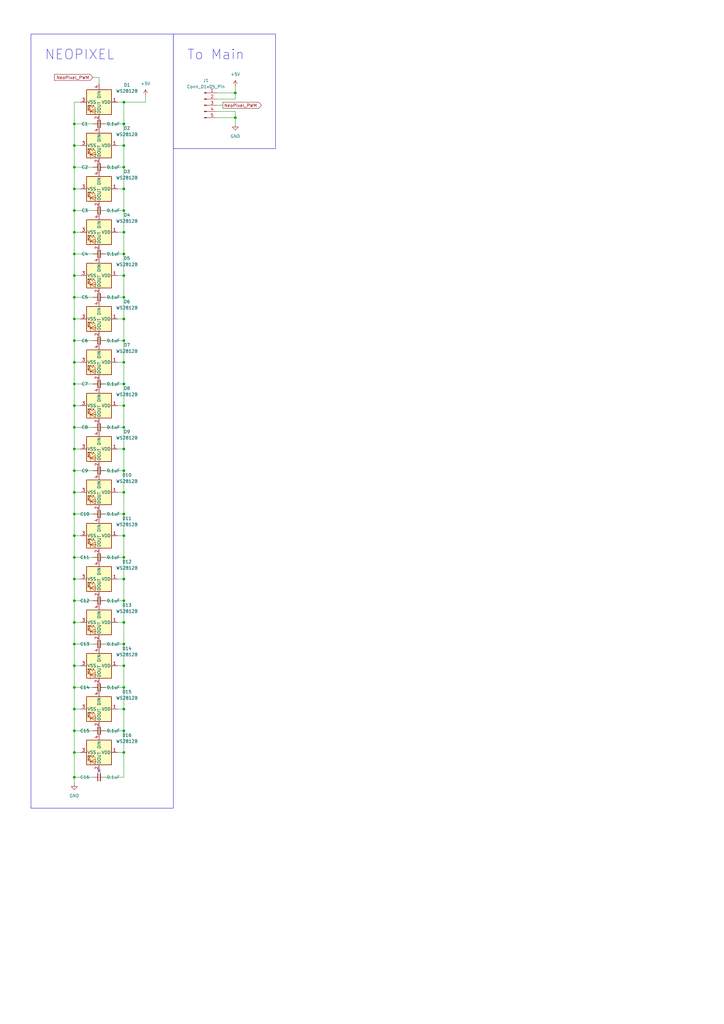
<source format=kicad_sch>
(kicad_sch (version 20231120) (generator "eeschema") (generator_version "8.0")
  (paper "A3" portrait)
  (lib_symbols
    (symbol "Connector:Conn_01x05_Pin" (pin_names (offset 1.016) hide)
      (property "Reference" "J" (at 0 7.62 0))
      (property "Value" "Conn_01x05_Pin" (at 0 -7.62 0))
      (symbol "Conn_01x05_Pin_1_1"
        (polyline (pts (xy 1.27 -5.08) (xy 0.8636 -5.08)) (stroke (width 0.1524)))
        (polyline (pts (xy 1.27 -2.54) (xy 0.8636 -2.54)) (stroke (width 0.1524)))
        (polyline (pts (xy 1.27 0) (xy 0.8636 0)) (stroke (width 0.1524)))
        (polyline (pts (xy 1.27 2.54) (xy 0.8636 2.54)) (stroke (width 0.1524)))
        (polyline (pts (xy 1.27 5.08) (xy 0.8636 5.08)) (stroke (width 0.1524)))
        (rectangle (start 0.8636 -4.953) (end 0 -5.207) (stroke (width 0.1524)) (fill (type outline)))
        (rectangle (start 0.8636 -2.413) (end 0 -2.667) (stroke (width 0.1524)) (fill (type outline)))
        (rectangle (start 0.8636 0.127) (end 0 -0.127) (stroke (width 0.1524)) (fill (type outline)))
        (rectangle (start 0.8636 2.667) (end 0 2.413) (stroke (width 0.1524)) (fill (type outline)))
        (rectangle (start 0.8636 5.207) (end 0 4.953) (stroke (width 0.1524)) (fill (type outline)))
        (pin passive line (at 5.08 5.08 180) (length 3.81) (name "Pin_1") (number "1"))
        (pin passive line (at 5.08 2.54 180) (length 3.81) (name "Pin_2") (number "2"))
        (pin passive line (at 5.08 0 180) (length 3.81) (name "Pin_3") (number "3"))
        (pin passive line (at 5.08 -2.54 180) (length 3.81) (name "Pin_4") (number "4"))
        (pin passive line (at 5.08 -5.08 180) (length 3.81) (name "Pin_5") (number "5"))
      )
    )
    (symbol "Device:C_Small" (pin_numbers hide) (pin_names (offset 0.254) hide)
      (property "Reference" "C" (at 0.254 1.778 0))
      (property "Value" "C_Small" (at 0.254 -2.032 0))
      (symbol "C_Small_0_1"
        (polyline (pts (xy -1.524 -0.508) (xy 1.524 -0.508)) (stroke (width 0.3302)))
        (polyline (pts (xy -1.524 0.508) (xy 1.524 0.508)) (stroke (width 0.3048)))
      )
      (symbol "C_Small_1_1"
        (pin passive line (at 0 2.54 270) (length 2.032) (name "~") (number "1"))
        (pin passive line (at 0 -2.54 90) (length 2.032) (name "~") (number "2"))
      )
    )
    (symbol "LED:WS2812B" (pin_names (offset 0.254))
      (property "Reference" "D" (at 5.08 5.715 0))
      (property "Value" "WS2812B" (at 1.27 -5.715 0))
      (symbol "WS2812B_0_0"
        (text "RGB" (at 2.286 -4.191 0) (effects (font (size 0.762 0.762))))
      )
      (symbol "WS2812B_0_1"
        (polyline (pts (xy 1.27 -3.556) (xy 1.778 -3.556)))
        (polyline (pts (xy 1.27 -2.54) (xy 1.778 -2.54)))
        (polyline (pts (xy 4.699 -3.556) (xy 2.667 -3.556)))
        (polyline (pts (xy 2.286 -2.54) (xy 1.27 -3.556) (xy 1.27 -3.048)))
        (polyline (pts (xy 2.286 -1.524) (xy 1.27 -2.54) (xy 1.27 -2.032)))
        (polyline (pts (xy 3.683 -1.016) (xy 3.683 -3.556) (xy 3.683 -4.064)))
        (polyline (pts (xy 4.699 -1.524) (xy 2.667 -1.524) (xy 3.683 -3.556) (xy 4.699 -1.524)))
        (rectangle (start 5.08 5.08) (end -5.08 -5.08) (stroke (width 0.254)) (fill (type background)))
      )
      (symbol "WS2812B_1_1"
        (pin power_in line (at 0 7.62 270) (length 2.54) (name "VDD") (number "1"))
        (pin output line (at 7.62 0 180) (length 2.54) (name "DOUT") (number "2"))
        (pin power_in line (at 0 -7.62 90) (length 2.54) (name "VSS") (number "3"))
        (pin input line (at -7.62 0 0) (length 2.54) (name "DIN") (number "4"))
      )
    )
    (symbol "power:+5V" (power) (pin_numbers hide) (pin_names (offset 0) hide)
      (property "Value" "+5V" (at 0 3.556 0))
      (symbol "+5V_0_1"
        (polyline (pts (xy -0.762 1.27) (xy 0 2.54)))
        (polyline (pts (xy 0 0) (xy 0 2.54)))
        (polyline (pts (xy 0 2.54) (xy 0.762 1.27)))
      )
      (symbol "+5V_1_1"
        (pin power_in line (at 0 0 90) (length 0) (name "~") (number "1"))
      )
    )
    (symbol "power:GND" (power) (pin_numbers hide) (pin_names (offset 0) hide)
      (property "Value" "GND" (at 0 -3.81 0))
      (symbol "GND_0_1"
        (polyline (pts (xy 0 0) (xy 0 -1.27) (xy 1.27 -1.27) (xy 0 -2.54) (xy -1.27 -1.27) (xy 0 -1.27)))
      )
      (symbol "GND_1_1"
        (pin power_in line (at 0 0 270) (length 0) (name "~") (number "1"))
      )
    )
  )
  (junction (at 30.48 130.81))
  (junction (at 50.8 166.37))
  (junction (at 50.8 264.16))
  (junction (at 50.8 68.58))
  (junction (at 50.8 210.82))
  (junction (at 50.8 228.6))
  (junction (at 50.8 184.15))
  (junction (at 30.48 290.83))
  (junction (at 50.8 255.27))
  (junction (at 50.8 175.26))
  (junction (at 50.8 139.7))
  (junction (at 30.48 113.03))
  (junction (at 50.8 246.38))
  (junction (at 30.48 68.58))
  (junction (at 50.8 193.04))
  (junction (at 30.48 139.7))
  (junction (at 30.48 193.04))
  (junction (at 30.48 121.92))
  (junction (at 30.48 166.37))
  (junction (at 30.48 59.69))
  (junction (at 50.8 219.71))
  (junction (at 30.48 299.72))
  (junction (at 50.8 308.61))
  (junction (at 30.48 281.94))
  (junction (at 30.48 318.77))
  (junction (at 50.8 77.47))
  (junction (at 30.48 184.15))
  (junction (at 50.8 104.14))
  (junction (at 50.8 50.8))
  (junction (at 30.48 219.71))
  (junction (at 30.48 50.8))
  (junction (at 50.8 121.92))
  (junction (at 50.8 130.81))
  (junction (at 30.48 228.6))
  (junction (at 30.48 104.14))
  (junction (at 50.8 41.91))
  (junction (at 30.48 308.61))
  (junction (at 30.48 77.47))
  (junction (at 30.48 246.38))
  (junction (at 30.48 86.36))
  (junction (at 50.8 290.83))
  (junction (at 30.48 264.16))
  (junction (at 96.52 38.1))
  (junction (at 30.48 157.48))
  (junction (at 50.8 86.36))
  (junction (at 50.8 113.03))
  (junction (at 50.8 157.48))
  (junction (at 50.8 148.59))
  (junction (at 30.48 148.59))
  (junction (at 30.48 255.27))
  (junction (at 50.8 201.93))
  (junction (at 30.48 210.82))
  (junction (at 30.48 273.05))
  (junction (at 96.52 48.26))
  (junction (at 50.8 237.49))
  (junction (at 50.8 281.94))
  (junction (at 50.8 95.25))
  (junction (at 30.48 95.25))
  (junction (at 50.8 273.05))
  (junction (at 30.48 237.49))
  (junction (at 30.48 175.26))
  (junction (at 50.8 299.72))
  (junction (at 30.48 201.93))
  (junction (at 50.8 59.69))
  (no_connect (at 40.64 316.23))
  (wire (pts (xy 30.48 59.69) (xy 33.02 59.69)))
  (wire (pts (xy 40.64 138.43) (xy 40.64 140.97)))
  (wire (pts (xy 43.18 281.94) (xy 50.8 281.94)))
  (wire (pts (xy 30.48 175.26) (xy 38.1 175.26)))
  (wire (pts (xy 30.48 210.82) (xy 30.48 219.71)))
  (wire (pts (xy 59.69 39.37) (xy 59.69 41.91)))
  (wire (pts (xy 40.64 209.55) (xy 40.64 212.09)))
  (wire (pts (xy 43.18 68.58) (xy 50.8 68.58)))
  (wire (pts (xy 40.64 173.99) (xy 40.64 176.53)))
  (wire (pts (xy 30.48 308.61) (xy 30.48 318.77)))
  (wire (pts (xy 43.18 139.7) (xy 50.8 139.7)))
  (wire (pts (xy 88.9 38.1) (xy 96.52 38.1)))
  (wire (pts (xy 30.48 157.48) (xy 38.1 157.48)))
  (wire (pts (xy 50.8 148.59) (xy 50.8 139.7)))
  (wire (pts (xy 33.02 41.91) (xy 30.48 41.91)))
  (wire (pts (xy 40.64 262.89) (xy 40.64 265.43)))
  (wire (pts (xy 50.8 184.15) (xy 50.8 175.26)))
  (wire (pts (xy 30.48 299.72) (xy 38.1 299.72)))
  (wire (pts (xy 30.48 219.71) (xy 30.48 228.6)))
  (wire (pts (xy 40.64 102.87) (xy 40.64 105.41)))
  (wire (pts (xy 30.48 255.27) (xy 33.02 255.27)))
  (wire (pts (xy 30.48 264.16) (xy 38.1 264.16)))
  (wire (pts (xy 30.48 148.59) (xy 30.48 157.48)))
  (wire (pts (xy 30.48 255.27) (xy 30.48 264.16)))
  (wire (pts (xy 43.18 299.72) (xy 50.8 299.72)))
  (wire (pts (xy 96.52 45.72) (xy 96.52 48.26)))
  (wire (pts (xy 30.48 175.26) (xy 30.48 184.15)))
  (wire (pts (xy 50.8 273.05) (xy 50.8 264.16)))
  (wire (pts (xy 48.26 95.25) (xy 50.8 95.25)))
  (wire (pts (xy 30.48 59.69) (xy 30.48 68.58)))
  (wire (pts (xy 50.8 264.16) (xy 50.8 255.27)))
  (wire (pts (xy 40.64 49.53) (xy 40.64 52.07)))
  (wire (pts (xy 43.18 50.8) (xy 50.8 50.8)))
  (wire (pts (xy 48.26 166.37) (xy 50.8 166.37)))
  (wire (pts (xy 30.48 104.14) (xy 30.48 113.03)))
  (wire (pts (xy 50.8 104.14) (xy 50.8 95.25)))
  (wire (pts (xy 30.48 104.14) (xy 38.1 104.14)))
  (wire (pts (xy 30.48 184.15) (xy 33.02 184.15)))
  (wire (pts (xy 30.48 201.93) (xy 33.02 201.93)))
  (wire (pts (xy 50.8 130.81) (xy 50.8 121.92)))
  (wire (pts (xy 43.18 104.14) (xy 50.8 104.14)))
  (wire (pts (xy 30.48 68.58) (xy 38.1 68.58)))
  (wire (pts (xy 30.48 139.7) (xy 30.48 148.59)))
  (wire (pts (xy 30.48 166.37) (xy 30.48 175.26)))
  (wire (pts (xy 40.64 191.77) (xy 40.64 194.31)))
  (wire (pts (xy 40.64 227.33) (xy 40.64 229.87)))
  (wire (pts (xy 48.26 201.93) (xy 50.8 201.93)))
  (wire (pts (xy 30.48 130.81) (xy 33.02 130.81)))
  (wire (pts (xy 30.48 273.05) (xy 33.02 273.05)))
  (wire (pts (xy 50.8 219.71) (xy 50.8 210.82)))
  (wire (pts (xy 40.64 298.45) (xy 40.64 300.99)))
  (wire (pts (xy 30.48 219.71) (xy 33.02 219.71)))
  (wire (pts (xy 40.64 85.09) (xy 40.64 87.63)))
  (wire (pts (xy 30.48 237.49) (xy 30.48 246.38)))
  (wire (pts (xy 30.48 86.36) (xy 30.48 95.25)))
  (wire (pts (xy 88.9 43.18) (xy 91.44 43.18)))
  (wire (pts (xy 50.8 308.61) (xy 50.8 318.77)))
  (wire (pts (xy 50.8 175.26) (xy 50.8 166.37)))
  (wire (pts (xy 30.48 148.59) (xy 33.02 148.59)))
  (wire (pts (xy 30.48 318.77) (xy 30.48 321.31)))
  (wire (pts (xy 30.48 264.16) (xy 30.48 273.05)))
  (wire (pts (xy 30.48 95.25) (xy 30.48 104.14)))
  (wire (pts (xy 50.8 41.91) (xy 48.26 41.91)))
  (wire (pts (xy 50.8 41.91) (xy 59.69 41.91)))
  (wire (pts (xy 48.26 255.27) (xy 50.8 255.27)))
  (wire (pts (xy 50.8 255.27) (xy 50.8 246.38)))
  (wire (pts (xy 48.26 308.61) (xy 50.8 308.61)))
  (wire (pts (xy 30.48 166.37) (xy 33.02 166.37)))
  (wire (pts (xy 30.48 193.04) (xy 38.1 193.04)))
  (wire (pts (xy 30.48 210.82) (xy 38.1 210.82)))
  (wire (pts (xy 48.26 77.47) (xy 50.8 77.47)))
  (wire (pts (xy 50.8 157.48) (xy 50.8 148.59)))
  (wire (pts (xy 43.18 175.26) (xy 50.8 175.26)))
  (wire (pts (xy 30.48 50.8) (xy 30.48 59.69)))
  (wire (pts (xy 96.52 48.26) (xy 96.52 50.8)))
  (wire (pts (xy 50.8 113.03) (xy 50.8 104.14)))
  (wire (pts (xy 43.18 210.82) (xy 50.8 210.82)))
  (wire (pts (xy 43.18 157.48) (xy 50.8 157.48)))
  (wire (pts (xy 48.26 113.03) (xy 50.8 113.03)))
  (wire (pts (xy 50.8 193.04) (xy 50.8 184.15)))
  (wire (pts (xy 88.9 45.72) (xy 96.52 45.72)))
  (wire (pts (xy 43.18 193.04) (xy 50.8 193.04)))
  (wire (pts (xy 48.26 290.83) (xy 50.8 290.83)))
  (wire (pts (xy 48.26 59.69) (xy 50.8 59.69)))
  (wire (pts (xy 50.8 166.37) (xy 50.8 157.48)))
  (wire (pts (xy 30.48 157.48) (xy 30.48 166.37)))
  (wire (pts (xy 40.64 31.75) (xy 40.64 34.29)))
  (wire (pts (xy 50.8 246.38) (xy 50.8 237.49)))
  (wire (pts (xy 96.52 38.1) (xy 96.52 40.64)))
  (wire (pts (xy 30.48 281.94) (xy 30.48 290.83)))
  (wire (pts (xy 48.26 184.15) (xy 50.8 184.15)))
  (wire (pts (xy 50.8 290.83) (xy 50.8 281.94)))
  (wire (pts (xy 30.48 318.77) (xy 38.1 318.77)))
  (wire (pts (xy 50.8 50.8) (xy 50.8 41.91)))
  (wire (pts (xy 88.9 40.64) (xy 96.52 40.64)))
  (wire (pts (xy 30.48 77.47) (xy 33.02 77.47)))
  (wire (pts (xy 40.64 280.67) (xy 40.64 283.21)))
  (wire (pts (xy 30.48 290.83) (xy 30.48 299.72)))
  (wire (pts (xy 48.26 148.59) (xy 50.8 148.59)))
  (wire (pts (xy 30.48 201.93) (xy 30.48 210.82)))
  (wire (pts (xy 30.48 41.91) (xy 30.48 50.8)))
  (wire (pts (xy 30.48 184.15) (xy 30.48 193.04)))
  (wire (pts (xy 30.48 228.6) (xy 38.1 228.6)))
  (wire (pts (xy 30.48 193.04) (xy 30.48 201.93)))
  (wire (pts (xy 50.8 237.49) (xy 50.8 228.6)))
  (wire (pts (xy 48.26 130.81) (xy 50.8 130.81)))
  (wire (pts (xy 30.48 113.03) (xy 33.02 113.03)))
  (wire (pts (xy 30.48 299.72) (xy 30.48 308.61)))
  (wire (pts (xy 50.8 308.61) (xy 50.8 299.72)))
  (wire (pts (xy 50.8 281.94) (xy 50.8 273.05)))
  (wire (pts (xy 50.8 68.58) (xy 50.8 59.69)))
  (wire (pts (xy 50.8 139.7) (xy 50.8 130.81)))
  (wire (pts (xy 50.8 121.92) (xy 50.8 113.03)))
  (wire (pts (xy 43.18 86.36) (xy 50.8 86.36)))
  (wire (pts (xy 48.26 237.49) (xy 50.8 237.49)))
  (wire (pts (xy 30.48 308.61) (xy 33.02 308.61)))
  (wire (pts (xy 30.48 290.83) (xy 33.02 290.83)))
  (wire (pts (xy 38.1 31.75) (xy 40.64 31.75)))
  (wire (pts (xy 30.48 121.92) (xy 38.1 121.92)))
  (wire (pts (xy 30.48 77.47) (xy 30.48 86.36)))
  (wire (pts (xy 50.8 228.6) (xy 50.8 219.71)))
  (wire (pts (xy 48.26 273.05) (xy 50.8 273.05)))
  (wire (pts (xy 48.26 219.71) (xy 50.8 219.71)))
  (wire (pts (xy 30.48 95.25) (xy 33.02 95.25)))
  (wire (pts (xy 30.48 246.38) (xy 38.1 246.38)))
  (wire (pts (xy 30.48 237.49) (xy 33.02 237.49)))
  (wire (pts (xy 50.8 210.82) (xy 50.8 201.93)))
  (wire (pts (xy 30.48 273.05) (xy 30.48 281.94)))
  (wire (pts (xy 43.18 228.6) (xy 50.8 228.6)))
  (wire (pts (xy 50.8 95.25) (xy 50.8 86.36)))
  (wire (pts (xy 30.48 130.81) (xy 30.48 139.7)))
  (wire (pts (xy 30.48 246.38) (xy 30.48 255.27)))
  (wire (pts (xy 30.48 68.58) (xy 30.48 77.47)))
  (wire (pts (xy 40.64 120.65) (xy 40.64 123.19)))
  (wire (pts (xy 30.48 113.03) (xy 30.48 121.92)))
  (wire (pts (xy 40.64 156.21) (xy 40.64 158.75)))
  (wire (pts (xy 43.18 264.16) (xy 50.8 264.16)))
  (wire (pts (xy 43.18 121.92) (xy 50.8 121.92)))
  (wire (pts (xy 43.18 246.38) (xy 50.8 246.38)))
  (wire (pts (xy 30.48 139.7) (xy 38.1 139.7)))
  (wire (pts (xy 50.8 59.69) (xy 50.8 50.8)))
  (wire (pts (xy 50.8 77.47) (xy 50.8 68.58)))
  (wire (pts (xy 88.9 48.26) (xy 96.52 48.26)))
  (wire (pts (xy 96.52 35.56) (xy 96.52 38.1)))
  (wire (pts (xy 43.18 318.77) (xy 50.8 318.77)))
  (wire (pts (xy 30.48 121.92) (xy 30.48 130.81)))
  (wire (pts (xy 30.48 50.8) (xy 38.1 50.8)))
  (wire (pts (xy 50.8 86.36) (xy 50.8 77.47)))
  (wire (pts (xy 50.8 201.93) (xy 50.8 193.04)))
  (wire (pts (xy 40.64 245.11) (xy 40.64 247.65)))
  (wire (pts (xy 40.64 67.31) (xy 40.64 69.85)))
  (wire (pts (xy 30.48 86.36) (xy 38.1 86.36)))
  (wire (pts (xy 30.48 281.94) (xy 38.1 281.94)))
  (wire (pts (xy 50.8 299.72) (xy 50.8 290.83)))
  (wire (pts (xy 30.48 228.6) (xy 30.48 237.49)))
  (rectangle (start 71.12 13.97) (end 113.03 60.96))
  (rectangle (start 12.7 13.97) (end 71.12 331.47))
  (text "NEOPIXEL" (at 18.288 24.892 0) (effects (font (size 4 4)) (justify left bottom)))
  (text "To Main" (at 76.708 24.892 0) (effects (font (size 4 4)) (justify left bottom)))
  (global_label "NeoPixel_PWM" (shape output) (at 91.44 43.18 0) (property "Intersheetrefs" "${INTERSHEET_REFS}" (effects (hide yes))))
  (global_label "NeoPixel_PWM" (shape input) (at 38.1 31.75 180) (property "Intersheetrefs" "${INTERSHEET_REFS}" (effects (hide yes))))
  (symbol (lib_id "Device:C_Small") (at 40.64 210.82 90) (unit 1)
    (property "Reference" "C10" (at 34.798 210.82 90))
    (property "Value" "0.1uF" (at 46.482 210.82 90))
    (property "Footprint" "Capacitor_SMD:C_0603_1608Metric" (effects (hide yes)))
    (property "Description" "Unpolarized capacitor, small symbol" (effects (hide yes)))
  )
  (symbol (lib_id "LED:WS2812B") (at 40.64 95.25 270) (unit 1)
    (property "Reference" "D4" (at 52.07 88.1567 90))
    (property "Value" "WS2812B" (at 52.07 90.6967 90))
    (property "Footprint" "@2024TOINIOT2-NeoPixel:WS2812B 5.0x5.0mm" (effects (hide yes)))
    (property "Datasheet" "https://cdn-shop.adafruit.com/datasheets/WS2812B.pdf" (effects (hide yes)))
    (property "Description" "RGB LED with integrated controller" (effects (hide yes)))
  )
  (symbol (lib_id "LED:WS2812B") (at 40.64 184.15 270) (unit 1)
    (property "Reference" "D9" (at 52.07 177.0567 90))
    (property "Value" "WS2812B" (at 52.07 179.5967 90))
    (property "Footprint" "@2024TOINIOT2-NeoPixel:WS2812B 5.0x5.0mm" (effects (hide yes)))
    (property "Datasheet" "https://cdn-shop.adafruit.com/datasheets/WS2812B.pdf" (effects (hide yes)))
    (property "Description" "RGB LED with integrated controller" (effects (hide yes)))
  )
  (symbol (lib_id "power:GND") (at 96.52 50.8 0) (unit 1)
    (property "Reference" "#PWR04" (effects (hide yes)))
    (property "Value" "GND" (at 96.52 55.88 0))
    (property "Description" "Power symbol creates a global label with name \"GND\" , ground" (effects (hide yes)))
  )
  (symbol (lib_id "Device:C_Small") (at 40.64 281.94 90) (unit 1)
    (property "Reference" "C14" (at 34.798 281.94 90))
    (property "Value" "0.1uF" (at 46.482 281.94 90))
    (property "Footprint" "Capacitor_SMD:C_0603_1608Metric" (effects (hide yes)))
    (property "Description" "Unpolarized capacitor, small symbol" (effects (hide yes)))
  )
  (symbol (lib_id "Device:C_Small") (at 40.64 104.14 90) (unit 1)
    (property "Reference" "C4" (at 34.798 104.14 90))
    (property "Value" "0.1uF" (at 46.482 104.14 90))
    (property "Footprint" "Capacitor_SMD:C_0603_1608Metric" (effects (hide yes)))
    (property "Description" "Unpolarized capacitor, small symbol" (effects (hide yes)))
  )
  (symbol (lib_id "LED:WS2812B") (at 40.64 166.37 270) (unit 1)
    (property "Reference" "D8" (at 52.07 159.2767 90))
    (property "Value" "WS2812B" (at 52.07 161.8167 90))
    (property "Footprint" "@2024TOINIOT2-NeoPixel:WS2812B 5.0x5.0mm" (effects (hide yes)))
    (property "Datasheet" "https://cdn-shop.adafruit.com/datasheets/WS2812B.pdf" (effects (hide yes)))
    (property "Description" "RGB LED with integrated controller" (effects (hide yes)))
  )
  (symbol (lib_id "LED:WS2812B") (at 40.64 113.03 270) (unit 1)
    (property "Reference" "D5" (at 52.07 105.9367 90))
    (property "Value" "WS2812B" (at 52.07 108.4767 90))
    (property "Footprint" "@2024TOINIOT2-NeoPixel:WS2812B 5.0x5.0mm" (effects (hide yes)))
    (property "Datasheet" "https://cdn-shop.adafruit.com/datasheets/WS2812B.pdf" (effects (hide yes)))
    (property "Description" "RGB LED with integrated controller" (effects (hide yes)))
  )
  (symbol (lib_id "power:+5V") (at 96.52 35.56 0) (unit 1)
    (property "Reference" "#PWR03" (effects (hide yes)))
    (property "Value" "+5V" (at 96.52 30.48 0))
    (property "Description" "Power symbol creates a global label with name \"+5V\"" (effects (hide yes)))
  )
  (symbol (lib_id "LED:WS2812B") (at 40.64 130.81 270) (unit 1)
    (property "Reference" "D6" (at 52.07 123.7167 90))
    (property "Value" "WS2812B" (at 52.07 126.2567 90))
    (property "Footprint" "@2024TOINIOT2-NeoPixel:WS2812B 5.0x5.0mm" (effects (hide yes)))
    (property "Datasheet" "https://cdn-shop.adafruit.com/datasheets/WS2812B.pdf" (effects (hide yes)))
    (property "Description" "RGB LED with integrated controller" (effects (hide yes)))
  )
  (symbol (lib_id "Device:C_Small") (at 40.64 175.26 90) (unit 1)
    (property "Reference" "C8" (at 34.798 175.26 90))
    (property "Value" "0.1uF" (at 46.482 175.26 90))
    (property "Footprint" "Capacitor_SMD:C_0603_1608Metric" (effects (hide yes)))
    (property "Description" "Unpolarized capacitor, small symbol" (effects (hide yes)))
  )
  (symbol (lib_id "Device:C_Small") (at 40.64 299.72 90) (unit 1)
    (property "Reference" "C15" (at 34.798 299.72 90))
    (property "Value" "0.1uF" (at 46.482 299.72 90))
    (property "Footprint" "Capacitor_SMD:C_0603_1608Metric" (effects (hide yes)))
    (property "Description" "Unpolarized capacitor, small symbol" (effects (hide yes)))
  )
  (symbol (lib_id "LED:WS2812B") (at 40.64 219.71 270) (unit 1)
    (property "Reference" "D11" (at 52.07 212.6167 90))
    (property "Value" "WS2812B" (at 52.07 215.1567 90))
    (property "Footprint" "@2024TOINIOT2-NeoPixel:WS2812B 5.0x5.0mm" (effects (hide yes)))
    (property "Datasheet" "https://cdn-shop.adafruit.com/datasheets/WS2812B.pdf" (effects (hide yes)))
    (property "Description" "RGB LED with integrated controller" (effects (hide yes)))
  )
  (symbol (lib_id "Device:C_Small") (at 40.64 193.04 90) (unit 1)
    (property "Reference" "C9" (at 34.798 193.04 90))
    (property "Value" "0.1uF" (at 46.482 193.04 90))
    (property "Footprint" "Capacitor_SMD:C_0603_1608Metric" (effects (hide yes)))
    (property "Description" "Unpolarized capacitor, small symbol" (effects (hide yes)))
  )
  (symbol (lib_id "LED:WS2812B") (at 40.64 308.61 270) (unit 1)
    (property "Reference" "D16" (at 52.07 301.5167 90))
    (property "Value" "WS2812B" (at 52.07 304.0567 90))
    (property "Footprint" "@2024TOINIOT2-NeoPixel:WS2812B 5.0x5.0mm" (effects (hide yes)))
    (property "Datasheet" "https://cdn-shop.adafruit.com/datasheets/WS2812B.pdf" (effects (hide yes)))
    (property "Description" "RGB LED with integrated controller" (effects (hide yes)))
  )
  (symbol (lib_id "power:GND") (at 30.48 321.31 0) (unit 1)
    (property "Reference" "#PWR01" (effects (hide yes)))
    (property "Value" "GND" (at 30.48 326.39 0))
    (property "Description" "Power symbol creates a global label with name \"GND\" , ground" (effects (hide yes)))
  )
  (symbol (lib_id "Device:C_Small") (at 40.64 318.77 90) (unit 1)
    (property "Reference" "C16" (at 34.798 318.77 90))
    (property "Value" "0.1uF" (at 46.482 318.77 90))
    (property "Footprint" "Capacitor_SMD:C_0603_1608Metric" (effects (hide yes)))
    (property "Description" "Unpolarized capacitor, small symbol" (effects (hide yes)))
  )
  (symbol (lib_id "LED:WS2812B") (at 40.64 273.05 270) (unit 1)
    (property "Reference" "D14" (at 52.07 265.9567 90))
    (property "Value" "WS2812B" (at 52.07 268.4967 90))
    (property "Footprint" "@2024TOINIOT2-NeoPixel:WS2812B 5.0x5.0mm" (effects (hide yes)))
    (property "Datasheet" "https://cdn-shop.adafruit.com/datasheets/WS2812B.pdf" (effects (hide yes)))
    (property "Description" "RGB LED with integrated controller" (effects (hide yes)))
  )
  (symbol (lib_id "Device:C_Small") (at 40.64 264.16 90) (unit 1)
    (property "Reference" "C13" (at 34.798 264.16 90))
    (property "Value" "0.1uF" (at 46.482 264.16 90))
    (property "Footprint" "Capacitor_SMD:C_0603_1608Metric" (effects (hide yes)))
    (property "Description" "Unpolarized capacitor, small symbol" (effects (hide yes)))
  )
  (symbol (lib_id "Device:C_Small") (at 40.64 246.38 90) (unit 1)
    (property "Reference" "C12" (at 34.798 246.38 90))
    (property "Value" "0.1uF" (at 46.482 246.38 90))
    (property "Footprint" "Capacitor_SMD:C_0603_1608Metric" (effects (hide yes)))
    (property "Description" "Unpolarized capacitor, small symbol" (effects (hide yes)))
  )
  (symbol (lib_id "power:+5V") (at 59.69 39.37 0) (unit 1)
    (property "Reference" "#PWR02" (effects (hide yes)))
    (property "Value" "+5V" (at 59.69 34.29 0))
    (property "Description" "Power symbol creates a global label with name \"+5V\"" (effects (hide yes)))
  )
  (symbol (lib_id "Device:C_Small") (at 40.64 139.7 90) (unit 1)
    (property "Reference" "C6" (at 34.798 139.7 90))
    (property "Value" "0.1uF" (at 46.482 139.7 90))
    (property "Footprint" "Capacitor_SMD:C_0603_1608Metric" (effects (hide yes)))
    (property "Description" "Unpolarized capacitor, small symbol" (effects (hide yes)))
  )
  (symbol (lib_id "Device:C_Small") (at 40.64 228.6 90) (unit 1)
    (property "Reference" "C11" (at 34.798 228.6 90))
    (property "Value" "0.1uF" (at 46.482 228.6 90))
    (property "Footprint" "Capacitor_SMD:C_0603_1608Metric" (effects (hide yes)))
    (property "Description" "Unpolarized capacitor, small symbol" (effects (hide yes)))
  )
  (symbol (lib_id "Device:C_Small") (at 40.64 86.36 90) (unit 1)
    (property "Reference" "C3" (at 34.798 86.36 90))
    (property "Value" "0.1uF" (at 46.482 86.36 90))
    (property "Footprint" "Capacitor_SMD:C_0603_1608Metric" (effects (hide yes)))
    (property "Description" "Unpolarized capacitor, small symbol" (effects (hide yes)))
  )
  (symbol (lib_id "LED:WS2812B") (at 40.64 77.47 270) (unit 1)
    (property "Reference" "D3" (at 52.07 70.3767 90))
    (property "Value" "WS2812B" (at 52.07 72.9167 90))
    (property "Footprint" "@2024TOINIOT2-NeoPixel:WS2812B 5.0x5.0mm" (effects (hide yes)))
    (property "Datasheet" "https://cdn-shop.adafruit.com/datasheets/WS2812B.pdf" (effects (hide yes)))
    (property "Description" "RGB LED with integrated controller" (effects (hide yes)))
  )
  (symbol (lib_id "LED:WS2812B") (at 40.64 237.49 270) (unit 1)
    (property "Reference" "D12" (at 52.07 230.3967 90))
    (property "Value" "WS2812B" (at 52.07 232.9367 90))
    (property "Footprint" "@2024TOINIOT2-NeoPixel:WS2812B 5.0x5.0mm" (effects (hide yes)))
    (property "Datasheet" "https://cdn-shop.adafruit.com/datasheets/WS2812B.pdf" (effects (hide yes)))
    (property "Description" "RGB LED with integrated controller" (effects (hide yes)))
  )
  (symbol (lib_id "Device:C_Small") (at 40.64 50.8 90) (unit 1)
    (property "Reference" "C1" (at 34.798 50.8 90))
    (property "Value" "0.1uF" (at 46.482 50.8 90))
    (property "Footprint" "Capacitor_SMD:C_0603_1608Metric" (effects (hide yes)))
    (property "Description" "Unpolarized capacitor, small symbol" (effects (hide yes)))
  )
  (symbol (lib_id "LED:WS2812B") (at 40.64 41.91 270) (unit 1)
    (property "Reference" "D1" (at 52.07 34.8167 90))
    (property "Value" "WS2812B" (at 52.07 37.3567 90))
    (property "Footprint" "@2024TOINIOT2-NeoPixel:WS2812B 5.0x5.0mm" (effects (hide yes)))
    (property "Datasheet" "https://cdn-shop.adafruit.com/datasheets/WS2812B.pdf" (effects (hide yes)))
    (property "Description" "RGB LED with integrated controller" (effects (hide yes)))
  )
  (symbol (lib_id "Device:C_Small") (at 40.64 121.92 90) (unit 1)
    (property "Reference" "C5" (at 34.798 121.92 90))
    (property "Value" "0.1uF" (at 46.482 121.92 90))
    (property "Footprint" "Capacitor_SMD:C_0603_1608Metric" (effects (hide yes)))
    (property "Description" "Unpolarized capacitor, small symbol" (effects (hide yes)))
  )
  (symbol (lib_id "LED:WS2812B") (at 40.64 148.59 270) (unit 1)
    (property "Reference" "D7" (at 52.07 141.4967 90))
    (property "Value" "WS2812B" (at 52.07 144.0367 90))
    (property "Footprint" "@2024TOINIOT2-NeoPixel:WS2812B 5.0x5.0mm" (effects (hide yes)))
    (property "Datasheet" "https://cdn-shop.adafruit.com/datasheets/WS2812B.pdf" (effects (hide yes)))
    (property "Description" "RGB LED with integrated controller" (effects (hide yes)))
  )
  (symbol (lib_id "Device:C_Small") (at 40.64 157.48 90) (unit 1)
    (property "Reference" "C7" (at 34.798 157.48 90))
    (property "Value" "0.1uF" (at 46.482 157.48 90))
    (property "Footprint" "Capacitor_SMD:C_0603_1608Metric" (effects (hide yes)))
    (property "Description" "Unpolarized capacitor, small symbol" (effects (hide yes)))
  )
  (symbol (lib_id "Device:C_Small") (at 40.64 68.58 90) (unit 1)
    (property "Reference" "C2" (at 34.798 68.58 90))
    (property "Value" "0.1uF" (at 46.482 68.58 90))
    (property "Footprint" "Capacitor_SMD:C_0603_1608Metric" (effects (hide yes)))
    (property "Description" "Unpolarized capacitor, small symbol" (effects (hide yes)))
  )
  (symbol (lib_id "LED:WS2812B") (at 40.64 201.93 270) (unit 1)
    (property "Reference" "D10" (at 52.07 194.8367 90))
    (property "Value" "WS2812B" (at 52.07 197.3767 90))
    (property "Footprint" "@2024TOINIOT2-NeoPixel:WS2812B 5.0x5.0mm" (effects (hide yes)))
    (property "Datasheet" "https://cdn-shop.adafruit.com/datasheets/WS2812B.pdf" (effects (hide yes)))
    (property "Description" "RGB LED with integrated controller" (effects (hide yes)))
  )
  (symbol (lib_id "LED:WS2812B") (at 40.64 255.27 270) (unit 1)
    (property "Reference" "D13" (at 52.07 248.1767 90))
    (property "Value" "WS2812B" (at 52.07 250.7167 90))
    (property "Footprint" "@2024TOINIOT2-NeoPixel:WS2812B 5.0x5.0mm" (effects (hide yes)))
    (property "Datasheet" "https://cdn-shop.adafruit.com/datasheets/WS2812B.pdf" (effects (hide yes)))
    (property "Description" "RGB LED with integrated controller" (effects (hide yes)))
  )
  (symbol (lib_id "LED:WS2812B") (at 40.64 290.83 270) (unit 1)
    (property "Reference" "D15" (at 52.07 283.7367 90))
    (property "Value" "WS2812B" (at 52.07 286.2767 90))
    (property "Footprint" "@2024TOINIOT2-NeoPixel:WS2812B 5.0x5.0mm" (effects (hide yes)))
    (property "Datasheet" "https://cdn-shop.adafruit.com/datasheets/WS2812B.pdf" (effects (hide yes)))
    (property "Description" "RGB LED with integrated controller" (effects (hide yes)))
  )
  (symbol (lib_id "LED:WS2812B") (at 40.64 59.69 270) (unit 1)
    (property "Reference" "D2" (at 52.07 52.5967 90))
    (property "Value" "WS2812B" (at 52.07 55.1367 90))
    (property "Footprint" "@2024TOINIOT2-NeoPixel:WS2812B 5.0x5.0mm" (effects (hide yes)))
    (property "Datasheet" "https://cdn-shop.adafruit.com/datasheets/WS2812B.pdf" (effects (hide yes)))
    (property "Description" "RGB LED with integrated controller" (effects (hide yes)))
  )
  (symbol (lib_id "Connector:Conn_01x05_Pin") (at 83.82 43.18 0) (unit 1)
    (property "Reference" "J1" (at 84.455 33.02 0))
    (property "Value" "Conn_01x05_Pin" (at 84.455 35.56 0))
    (property "Footprint" "@2024TOINIOT2-NeoPixel:Connector" (effects (hide yes)))
    (property "Description" "Generic connector, single row, 01x05, script generated" (effects (hide yes)))
  )
)
</source>
